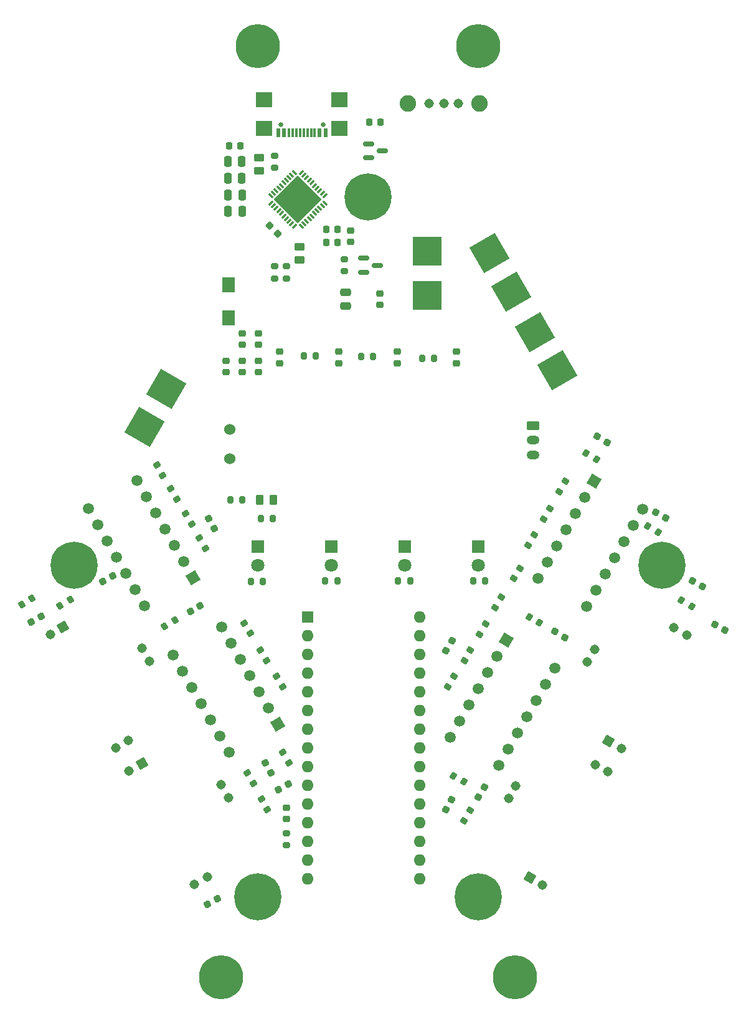
<source format=gts>
%TF.GenerationSoftware,KiCad,Pcbnew,6.0.9-8da3e8f707~116~ubuntu20.04.1*%
%TF.CreationDate,2023-02-25T13:57:50-05:00*%
%TF.ProjectId,free2breathe_pcb,66726565-3262-4726-9561-7468655f7063,rev?*%
%TF.SameCoordinates,Original*%
%TF.FileFunction,Soldermask,Top*%
%TF.FilePolarity,Negative*%
%FSLAX46Y46*%
G04 Gerber Fmt 4.6, Leading zero omitted, Abs format (unit mm)*
G04 Created by KiCad (PCBNEW 6.0.9-8da3e8f707~116~ubuntu20.04.1) date 2023-02-25 13:57:50*
%MOMM*%
%LPD*%
G01*
G04 APERTURE LIST*
G04 Aperture macros list*
%AMRoundRect*
0 Rectangle with rounded corners*
0 $1 Rounding radius*
0 $2 $3 $4 $5 $6 $7 $8 $9 X,Y pos of 4 corners*
0 Add a 4 corners polygon primitive as box body*
4,1,4,$2,$3,$4,$5,$6,$7,$8,$9,$2,$3,0*
0 Add four circle primitives for the rounded corners*
1,1,$1+$1,$2,$3*
1,1,$1+$1,$4,$5*
1,1,$1+$1,$6,$7*
1,1,$1+$1,$8,$9*
0 Add four rect primitives between the rounded corners*
20,1,$1+$1,$2,$3,$4,$5,0*
20,1,$1+$1,$4,$5,$6,$7,0*
20,1,$1+$1,$6,$7,$8,$9,0*
20,1,$1+$1,$8,$9,$2,$3,0*%
%AMRotRect*
0 Rectangle, with rotation*
0 The origin of the aperture is its center*
0 $1 length*
0 $2 width*
0 $3 Rotation angle, in degrees counterclockwise*
0 Add horizontal line*
21,1,$1,$2,0,0,$3*%
G04 Aperture macros list end*
%ADD10C,6.000000*%
%ADD11R,1.800000X2.000000*%
%ADD12C,0.650000*%
%ADD13R,0.600000X1.150000*%
%ADD14R,0.300000X1.150000*%
%ADD15R,2.180000X2.000000*%
%ADD16RoundRect,0.225000X-0.319856X-0.104006X0.069856X-0.329006X0.319856X0.104006X-0.069856X0.329006X0*%
%ADD17C,0.800000*%
%ADD18C,6.400000*%
%ADD19RoundRect,0.200000X-0.138157X0.310705X-0.338157X-0.035705X0.138157X-0.310705X0.338157X0.035705X0*%
%ADD20RoundRect,0.200000X-0.310705X-0.138157X0.035705X-0.338157X0.310705X0.138157X-0.035705X0.338157X0*%
%ADD21RoundRect,0.250000X0.250000X0.475000X-0.250000X0.475000X-0.250000X-0.475000X0.250000X-0.475000X0*%
%ADD22RoundRect,0.200000X-0.035705X-0.338157X0.310705X-0.138157X0.035705X0.338157X-0.310705X0.138157X0*%
%ADD23C,1.308000*%
%ADD24C,2.250000*%
%ADD25RoundRect,0.225000X0.069856X0.329006X-0.319856X0.104006X-0.069856X-0.329006X0.319856X-0.104006X0*%
%ADD26RoundRect,0.200000X-0.338157X0.035705X-0.138157X-0.310705X0.338157X-0.035705X0.138157X0.310705X0*%
%ADD27RoundRect,0.200000X-0.200000X-0.275000X0.200000X-0.275000X0.200000X0.275000X-0.200000X0.275000X0*%
%ADD28RoundRect,0.225000X-0.250000X0.225000X-0.250000X-0.225000X0.250000X-0.225000X0.250000X0.225000X0*%
%ADD29R,4.000000X4.000000*%
%ADD30RotRect,1.498600X1.498600X330.000000*%
%ADD31C,1.498600*%
%ADD32RoundRect,0.218750X0.256250X-0.218750X0.256250X0.218750X-0.256250X0.218750X-0.256250X-0.218750X0*%
%ADD33RoundRect,0.225000X0.319856X0.104006X-0.069856X0.329006X-0.319856X-0.104006X0.069856X-0.329006X0*%
%ADD34RoundRect,0.200000X0.200000X0.275000X-0.200000X0.275000X-0.200000X-0.275000X0.200000X-0.275000X0*%
%ADD35RotRect,1.308000X1.308000X210.000000*%
%ADD36RoundRect,0.200000X0.035705X0.338157X-0.310705X0.138157X-0.035705X-0.338157X0.310705X-0.138157X0*%
%ADD37RotRect,4.000000X4.000000X30.000000*%
%ADD38RoundRect,0.225000X0.225000X0.250000X-0.225000X0.250000X-0.225000X-0.250000X0.225000X-0.250000X0*%
%ADD39RotRect,1.308000X1.308000X330.000000*%
%ADD40RoundRect,0.225000X-0.225000X-0.250000X0.225000X-0.250000X0.225000X0.250000X-0.225000X0.250000X0*%
%ADD41R,1.800000X1.800000*%
%ADD42C,1.800000*%
%ADD43RoundRect,0.200000X0.310705X0.138157X-0.035705X0.338157X-0.310705X-0.138157X0.035705X-0.338157X0*%
%ADD44RoundRect,0.250000X0.450000X-0.262500X0.450000X0.262500X-0.450000X0.262500X-0.450000X-0.262500X0*%
%ADD45RoundRect,0.225000X-0.329006X0.069856X-0.104006X-0.319856X0.329006X-0.069856X0.104006X0.319856X0*%
%ADD46RoundRect,0.225000X0.329006X-0.069856X0.104006X0.319856X-0.329006X0.069856X-0.104006X-0.319856X0*%
%ADD47RotRect,1.498600X1.498600X210.000000*%
%ADD48RoundRect,0.250000X-0.625000X0.350000X-0.625000X-0.350000X0.625000X-0.350000X0.625000X0.350000X0*%
%ADD49O,1.750000X1.200000*%
%ADD50RoundRect,0.225000X0.250000X-0.225000X0.250000X0.225000X-0.250000X0.225000X-0.250000X-0.225000X0*%
%ADD51RoundRect,0.200000X-0.275000X0.200000X-0.275000X-0.200000X0.275000X-0.200000X0.275000X0.200000X0*%
%ADD52RoundRect,0.150000X-0.587500X-0.150000X0.587500X-0.150000X0.587500X0.150000X-0.587500X0.150000X0*%
%ADD53RotRect,4.000000X4.000000X330.000000*%
%ADD54RoundRect,0.225000X-0.069856X-0.329006X0.319856X-0.104006X0.069856X0.329006X-0.319856X0.104006X0*%
%ADD55RoundRect,0.225000X0.335876X0.017678X0.017678X0.335876X-0.335876X-0.017678X-0.017678X-0.335876X0*%
%ADD56RoundRect,0.225000X0.104006X-0.319856X0.329006X0.069856X-0.104006X0.319856X-0.329006X-0.069856X0*%
%ADD57RoundRect,0.200000X0.338157X-0.035705X0.138157X0.310705X-0.338157X0.035705X-0.138157X-0.310705X0*%
%ADD58RoundRect,0.062500X-0.291682X0.203293X0.203293X-0.291682X0.291682X-0.203293X-0.203293X0.291682X0*%
%ADD59RoundRect,0.062500X-0.291682X-0.203293X-0.203293X-0.291682X0.291682X0.203293X0.203293X0.291682X0*%
%ADD60RotRect,4.600000X4.600000X315.000000*%
%ADD61R,1.600000X1.600000*%
%ADD62O,1.600000X1.600000*%
%ADD63C,1.524000*%
%ADD64RoundRect,0.250000X-0.262500X-0.450000X0.262500X-0.450000X0.262500X0.450000X-0.262500X0.450000X0*%
%ADD65RoundRect,0.200000X0.275000X-0.200000X0.275000X0.200000X-0.275000X0.200000X-0.275000X-0.200000X0*%
%ADD66RoundRect,0.200000X0.138157X-0.310705X0.338157X0.035705X-0.138157X0.310705X-0.338157X-0.035705X0*%
%ADD67RoundRect,0.250000X0.475000X-0.250000X0.475000X0.250000X-0.475000X0.250000X-0.475000X-0.250000X0*%
G04 APERTURE END LIST*
D10*
%TO.C,REF\u002A\u002A*%
X140000000Y-171000000D03*
%TD*%
D11*
%TO.C,L1*%
X101000000Y-76900000D03*
X101000000Y-81400000D03*
%TD*%
D12*
%TO.C,J1*%
X108110000Y-55162500D03*
X113890000Y-55162500D03*
D13*
X114200000Y-56237500D03*
X113400000Y-56237500D03*
D14*
X112250000Y-56237500D03*
X111250000Y-56237500D03*
X110750000Y-56237500D03*
X109750000Y-56237500D03*
D13*
X107800000Y-56237500D03*
X108600000Y-56237500D03*
D14*
X109250000Y-56237500D03*
X110250000Y-56237500D03*
X111750000Y-56237500D03*
X112750000Y-56237500D03*
D15*
X116110000Y-55662500D03*
X105890000Y-55662500D03*
X116110000Y-51732500D03*
X105890000Y-51732500D03*
%TD*%
D10*
%TO.C,REF\u002A\u002A*%
X135000000Y-44500000D03*
%TD*%
D16*
%TO.C,C25*%
X151128830Y-97512500D03*
X152471170Y-98287500D03*
%TD*%
D17*
%TO.C,H5*%
X158302944Y-113302944D03*
X161697056Y-113302944D03*
X160000000Y-117400000D03*
X157600000Y-115000000D03*
D18*
X160000000Y-115000000D03*
D17*
X160000000Y-112600000D03*
X162400000Y-115000000D03*
X161697056Y-116697056D03*
X158302944Y-116697056D03*
%TD*%
D19*
%TO.C,R16*%
X133912500Y-126485529D03*
X133087500Y-127914471D03*
%TD*%
D20*
%TO.C,R21*%
X141885529Y-121987500D03*
X143314471Y-122812500D03*
%TD*%
D21*
%TO.C,C10*%
X102875002Y-64700000D03*
X100975002Y-64700000D03*
%TD*%
D22*
%TO.C,R22*%
X92285529Y-123312500D03*
X93714471Y-122487500D03*
%TD*%
D23*
%TO.C,S1*%
X132300000Y-52300000D03*
X130300000Y-52300000D03*
X128300000Y-52300000D03*
D24*
X135150000Y-52300000D03*
X125450000Y-52300000D03*
%TD*%
D25*
%TO.C,C18*%
X109171170Y-144712500D03*
X107828830Y-145487500D03*
%TD*%
D26*
%TO.C,R26*%
X103187500Y-122835529D03*
X104012500Y-124264471D03*
%TD*%
D27*
%TO.C,R6*%
X124075000Y-117100000D03*
X125725000Y-117100000D03*
%TD*%
D19*
%TO.C,R30*%
X144712500Y-107285529D03*
X143887500Y-108714471D03*
%TD*%
D28*
%TO.C,C17*%
X105100000Y-87200000D03*
X105100000Y-88750000D03*
%TD*%
D16*
%TO.C,C27*%
X164128830Y-117112500D03*
X165471170Y-117887500D03*
%TD*%
D29*
%TO.C,J4*%
X128000000Y-72300000D03*
X128000000Y-78300000D03*
%TD*%
D30*
%TO.C,U7*%
X150720886Y-103591773D03*
D31*
X149450886Y-105791477D03*
X148180886Y-107991182D03*
X146910886Y-110190886D03*
X145640886Y-112390591D03*
X144370886Y-114590295D03*
X143100886Y-116790000D03*
X149700000Y-120600000D03*
X150970000Y-118400295D03*
X152240000Y-116200591D03*
X153510000Y-114000886D03*
X154780000Y-111801182D03*
X156050000Y-109601477D03*
X157320000Y-107401773D03*
%TD*%
D32*
%TO.C,D7*%
X124000000Y-87562500D03*
X124000000Y-85987500D03*
%TD*%
D33*
%TO.C,C33*%
X160471170Y-108587500D03*
X159128830Y-107812500D03*
%TD*%
D34*
%TO.C,R41*%
X102900000Y-106100000D03*
X101250000Y-106100000D03*
%TD*%
D28*
%TO.C,C4*%
X105100000Y-83500000D03*
X105100000Y-85050000D03*
%TD*%
D35*
%TO.C,U8*%
X89221025Y-141951034D03*
D23*
X99998966Y-144838975D03*
X100998966Y-146571025D03*
X98111025Y-157348966D03*
X96378975Y-158348966D03*
X87488975Y-142951034D03*
%TD*%
D17*
%TO.C,H1*%
X103302944Y-161697056D03*
D18*
X105000000Y-160000000D03*
D17*
X106697056Y-161697056D03*
X103302944Y-158302944D03*
X105000000Y-162400000D03*
X102600000Y-160000000D03*
X105000000Y-157600000D03*
X106697056Y-158302944D03*
X107400000Y-160000000D03*
%TD*%
D36*
%TO.C,R24*%
X74314471Y-119487500D03*
X72885529Y-120312500D03*
%TD*%
D17*
%TO.C,H2*%
X136697056Y-161697056D03*
X136697056Y-158302944D03*
X132600000Y-160000000D03*
X135000000Y-162400000D03*
X135000000Y-157600000D03*
X133302944Y-158302944D03*
X137400000Y-160000000D03*
D18*
X135000000Y-160000000D03*
D17*
X133302944Y-161697056D03*
%TD*%
D32*
%TO.C,D8*%
X132000000Y-87562500D03*
X132000000Y-85987500D03*
%TD*%
D25*
%TO.C,C22*%
X97171170Y-120512500D03*
X95828830Y-121287500D03*
%TD*%
D37*
%TO.C,BT1*%
X142700000Y-83303848D03*
X145700000Y-88500000D03*
%TD*%
D38*
%TO.C,C11*%
X102675000Y-58000000D03*
X101125000Y-58000000D03*
%TD*%
D39*
%TO.C,U9*%
X152688975Y-138898966D03*
D23*
X149801034Y-128121025D03*
X150801034Y-126388975D03*
X161578975Y-123501034D03*
X163311025Y-124501034D03*
X154421025Y-139898966D03*
%TD*%
D19*
%TO.C,R25*%
X133900000Y-148300000D03*
X133075000Y-149728942D03*
%TD*%
D17*
%TO.C,H3*%
X121697056Y-66697056D03*
X118302944Y-63302944D03*
X122400000Y-65000000D03*
X117600000Y-65000000D03*
X121697056Y-63302944D03*
X118302944Y-66697056D03*
X120000000Y-62600000D03*
D18*
X120000000Y-65000000D03*
D17*
X120000000Y-67400000D03*
%TD*%
D40*
%TO.C,C6*%
X114300000Y-71100000D03*
X115850000Y-71100000D03*
%TD*%
D41*
%TO.C,D3*%
X125000000Y-112500000D03*
D42*
X125000000Y-115040000D03*
%TD*%
D43*
%TO.C,R40*%
X164014471Y-120562500D03*
X162585529Y-119737500D03*
%TD*%
D26*
%TO.C,R32*%
X103587500Y-143185529D03*
X104412500Y-144614471D03*
%TD*%
D16*
%TO.C,C24*%
X145428830Y-124012500D03*
X146771170Y-124787500D03*
%TD*%
D43*
%TO.C,R33*%
X159414471Y-110512500D03*
X157985529Y-109687500D03*
%TD*%
D28*
%TO.C,C1*%
X121637500Y-78075000D03*
X121637500Y-79625000D03*
%TD*%
D43*
%TO.C,R35*%
X151100000Y-100600000D03*
X149671058Y-99775000D03*
%TD*%
D44*
%TO.C,TH1*%
X105200000Y-61412500D03*
X105200000Y-59587500D03*
%TD*%
D45*
%TO.C,C30*%
X106012500Y-141828830D03*
X106787500Y-143171170D03*
%TD*%
D46*
%TO.C,C19*%
X99087500Y-109971170D03*
X98312500Y-108628830D03*
%TD*%
D34*
%TO.C,R42*%
X107050000Y-108650000D03*
X105400000Y-108650000D03*
%TD*%
D32*
%TO.C,D6*%
X116000000Y-87562500D03*
X116000000Y-85987500D03*
%TD*%
D10*
%TO.C,REF\u002A\u002A*%
X105000000Y-44500000D03*
%TD*%
D47*
%TO.C,U3*%
X96218210Y-116667947D03*
D31*
X94948210Y-114468243D03*
X93678210Y-112268538D03*
X92408210Y-110068834D03*
X91138210Y-107869129D03*
X89868210Y-105669425D03*
X88598210Y-103469720D03*
X81999096Y-107279720D03*
X83269096Y-109479425D03*
X84539096Y-111679129D03*
X85809096Y-113878834D03*
X87079096Y-116078538D03*
X88349096Y-118278243D03*
X89619096Y-120477947D03*
%TD*%
D35*
%TO.C,U5*%
X78521025Y-123401034D03*
D23*
X89298966Y-126288975D03*
X90298966Y-128021025D03*
X87411025Y-138798966D03*
X85678975Y-139798966D03*
X76788975Y-124401034D03*
%TD*%
D48*
%TO.C,J2*%
X142400000Y-96000000D03*
D49*
X142400000Y-98000000D03*
X142400000Y-100000000D03*
%TD*%
D16*
%TO.C,C29*%
X167128830Y-123012500D03*
X168471170Y-123787500D03*
%TD*%
D21*
%TO.C,C8*%
X102850000Y-62400000D03*
X100950000Y-62400000D03*
%TD*%
D19*
%TO.C,R14*%
X138112500Y-119285529D03*
X137287500Y-120714471D03*
%TD*%
D50*
%TO.C,C14*%
X102900000Y-85050000D03*
X102900000Y-83500000D03*
%TD*%
D51*
%TO.C,R3*%
X108900000Y-74400000D03*
X108900000Y-76050000D03*
%TD*%
D19*
%TO.C,R31*%
X142612500Y-110885529D03*
X141787500Y-112314471D03*
%TD*%
D25*
%TO.C,C31*%
X85271170Y-116412500D03*
X83928830Y-117187500D03*
%TD*%
D28*
%TO.C,C16*%
X102900000Y-87200000D03*
X102900000Y-88750000D03*
%TD*%
D52*
%TO.C,Q1*%
X119400000Y-73300000D03*
X119400000Y-75200000D03*
X121275000Y-74250000D03*
%TD*%
D53*
%TO.C,BT2*%
X92600000Y-91001924D03*
X89600000Y-96198076D03*
%TD*%
D50*
%TO.C,C26*%
X108900000Y-149475000D03*
X108900000Y-147925000D03*
%TD*%
D54*
%TO.C,C20*%
X74228830Y-122687500D03*
X75571170Y-121912500D03*
%TD*%
D55*
%TO.C,C12*%
X107748008Y-69948008D03*
X106651992Y-68851992D03*
%TD*%
D56*
%TO.C,C21*%
X130600000Y-148185641D03*
X131375000Y-146843301D03*
%TD*%
D21*
%TO.C,C9*%
X102875000Y-66900000D03*
X100975000Y-66900000D03*
%TD*%
D26*
%TO.C,R28*%
X107587500Y-130085529D03*
X108412500Y-131514471D03*
%TD*%
D34*
%TO.C,R9*%
X128975000Y-86900000D03*
X127325000Y-86900000D03*
%TD*%
D57*
%TO.C,R20*%
X97912500Y-112714471D03*
X97087500Y-111285529D03*
%TD*%
D41*
%TO.C,D4*%
X135000000Y-112500000D03*
D42*
X135000000Y-115040000D03*
%TD*%
D10*
%TO.C,REF\u002A\u002A*%
X100000000Y-171000000D03*
%TD*%
D41*
%TO.C,D2*%
X115000000Y-112500000D03*
D42*
X115000000Y-115040000D03*
%TD*%
D21*
%TO.C,C7*%
X102850000Y-60100000D03*
X100950000Y-60100000D03*
%TD*%
D19*
%TO.C,R38*%
X140612500Y-115385529D03*
X139787500Y-116814471D03*
%TD*%
D58*
%TO.C,U1*%
X109974346Y-61631884D03*
X109620793Y-61985437D03*
X109267239Y-62338990D03*
X108913686Y-62692544D03*
X108560133Y-63046097D03*
X108206579Y-63399651D03*
X107853026Y-63753204D03*
X107499472Y-64106757D03*
X107145919Y-64460311D03*
X106792366Y-64813864D03*
D59*
X106792366Y-65786136D03*
X107145919Y-66139689D03*
X107499472Y-66493243D03*
X107853026Y-66846796D03*
X108206579Y-67200349D03*
X108560133Y-67553903D03*
X108913686Y-67907456D03*
X109267239Y-68261010D03*
X109620793Y-68614563D03*
X109974346Y-68968116D03*
D58*
X110946618Y-68968116D03*
X111300171Y-68614563D03*
X111653725Y-68261010D03*
X112007278Y-67907456D03*
X112360831Y-67553903D03*
X112714385Y-67200349D03*
X113067938Y-66846796D03*
X113421492Y-66493243D03*
X113775045Y-66139689D03*
X114128598Y-65786136D03*
D59*
X114128598Y-64813864D03*
X113775045Y-64460311D03*
X113421492Y-64106757D03*
X113067938Y-63753204D03*
X112714385Y-63399651D03*
X112360831Y-63046097D03*
X112007278Y-62692544D03*
X111653725Y-62338990D03*
X111300171Y-61985437D03*
X110946618Y-61631884D03*
D60*
X110460482Y-65300000D03*
%TD*%
D61*
%TO.C,A1*%
X111790000Y-122050000D03*
D62*
X111790000Y-124590000D03*
X111790000Y-127130000D03*
X111790000Y-129670000D03*
X111790000Y-132210000D03*
X111790000Y-134750000D03*
X111790000Y-137290000D03*
X111790000Y-139830000D03*
X111790000Y-142370000D03*
X111790000Y-144910000D03*
X111790000Y-147450000D03*
X111790000Y-149990000D03*
X111790000Y-152530000D03*
X111790000Y-155070000D03*
X111790000Y-157610000D03*
X127030000Y-157610000D03*
X127030000Y-155070000D03*
X127030000Y-152530000D03*
X127030000Y-149990000D03*
X127030000Y-147450000D03*
X127030000Y-144910000D03*
X127030000Y-142370000D03*
X127030000Y-139830000D03*
X127030000Y-137290000D03*
X127030000Y-134750000D03*
X127030000Y-132210000D03*
X127030000Y-129670000D03*
X127030000Y-127130000D03*
X127030000Y-124590000D03*
X127030000Y-122050000D03*
%TD*%
D34*
%TO.C,R4*%
X105725000Y-117200000D03*
X104075000Y-117200000D03*
%TD*%
D30*
%TO.C,U2*%
X138810443Y-125195887D03*
D31*
X137540443Y-127395591D03*
X136270443Y-129595296D03*
X135000443Y-131795000D03*
X133730443Y-133994705D03*
X132460443Y-136194409D03*
X131190443Y-138394114D03*
X137789557Y-142204114D03*
X139059557Y-140004409D03*
X140329557Y-137804705D03*
X141599557Y-135605000D03*
X142869557Y-133405296D03*
X144139557Y-131205591D03*
X145409557Y-129005887D03*
%TD*%
D44*
%TO.C,R2*%
X110700000Y-73525000D03*
X110700000Y-71700000D03*
%TD*%
D26*
%TO.C,R27*%
X105387500Y-126485529D03*
X106212500Y-127914471D03*
%TD*%
D22*
%TO.C,R18*%
X78085529Y-120512500D03*
X79514471Y-119687500D03*
%TD*%
D63*
%TO.C,J3*%
X101200000Y-100550000D03*
X101200000Y-96550000D03*
%TD*%
D56*
%TO.C,C32*%
X130612500Y-126556811D03*
X131387500Y-125214471D03*
%TD*%
D19*
%TO.C,R15*%
X136012500Y-122985529D03*
X135187500Y-124414471D03*
%TD*%
D34*
%TO.C,R7*%
X112900000Y-86550000D03*
X111250000Y-86550000D03*
%TD*%
D56*
%TO.C,C23*%
X135012500Y-146471170D03*
X135787500Y-145128830D03*
%TD*%
D64*
%TO.C,TH2*%
X105262500Y-106150000D03*
X107087500Y-106150000D03*
%TD*%
D27*
%TO.C,R10*%
X119025000Y-86600000D03*
X120675000Y-86600000D03*
%TD*%
D17*
%TO.C,H4*%
X81697056Y-116697056D03*
D18*
X80000000Y-115000000D03*
D17*
X77600000Y-115000000D03*
X78302944Y-116697056D03*
X80000000Y-117400000D03*
X78302944Y-113302944D03*
X80000000Y-112600000D03*
X81697056Y-113302944D03*
X82400000Y-115000000D03*
%TD*%
D39*
%TO.C,U4*%
X141988975Y-157448966D03*
D23*
X139101034Y-146671025D03*
X140101034Y-144938975D03*
X150878975Y-142051034D03*
X152611025Y-143051034D03*
X143721025Y-158448966D03*
%TD*%
D38*
%TO.C,C3*%
X115850000Y-69400000D03*
X114300000Y-69400000D03*
%TD*%
D25*
%TO.C,C28*%
X99471170Y-160312500D03*
X98128830Y-161087500D03*
%TD*%
D65*
%TO.C,R1*%
X116800000Y-75075000D03*
X116800000Y-73425000D03*
%TD*%
%TO.C,R11*%
X107300000Y-61000000D03*
X107300000Y-59350000D03*
%TD*%
D66*
%TO.C,R19*%
X130875000Y-131528942D03*
X131700000Y-130100000D03*
%TD*%
D37*
%TO.C,BT3*%
X136500000Y-72605772D03*
X139500000Y-77801924D03*
%TD*%
D52*
%TO.C,Q2*%
X120062500Y-57750000D03*
X120062500Y-59650000D03*
X121937500Y-58700000D03*
%TD*%
D38*
%TO.C,C13*%
X121700000Y-54800000D03*
X120150000Y-54800000D03*
%TD*%
D47*
%TO.C,U6*%
X107684691Y-136594114D03*
D31*
X106414691Y-134394410D03*
X105144691Y-132194705D03*
X103874691Y-129995001D03*
X102604691Y-127795296D03*
X101334691Y-125595592D03*
X100064691Y-123395887D03*
X93465577Y-127205887D03*
X94735577Y-129405592D03*
X96005577Y-131605296D03*
X97275577Y-133805001D03*
X98545577Y-136004705D03*
X99815577Y-138204410D03*
X101085577Y-140404114D03*
%TD*%
D28*
%TO.C,C15*%
X100700000Y-87200000D03*
X100700000Y-88750000D03*
%TD*%
D19*
%TO.C,R29*%
X146825000Y-103571058D03*
X146000000Y-105000000D03*
%TD*%
D51*
%TO.C,R36*%
X107300000Y-74400000D03*
X107300000Y-76050000D03*
%TD*%
D67*
%TO.C,C2*%
X116937500Y-79775000D03*
X116937500Y-77875000D03*
%TD*%
D65*
%TO.C,R39*%
X108900000Y-153025000D03*
X108900000Y-151375000D03*
%TD*%
D34*
%TO.C,R5*%
X115825000Y-117100000D03*
X114175000Y-117100000D03*
%TD*%
D26*
%TO.C,R17*%
X95175000Y-107971058D03*
X96000000Y-109400000D03*
%TD*%
D32*
%TO.C,D5*%
X108000000Y-87562500D03*
X108000000Y-85987500D03*
%TD*%
D26*
%TO.C,R12*%
X93162500Y-104570946D03*
X93987500Y-105999888D03*
%TD*%
D41*
%TO.C,D1*%
X105000000Y-112500000D03*
D42*
X105000000Y-115040000D03*
%TD*%
D20*
%TO.C,R23*%
X131571058Y-143575000D03*
X133000000Y-144400000D03*
%TD*%
D26*
%TO.C,R37*%
X105487500Y-146785529D03*
X106312500Y-148214471D03*
%TD*%
%TO.C,R13*%
X91262500Y-101370947D03*
X92087500Y-102799889D03*
%TD*%
D57*
%TO.C,R34*%
X109212500Y-141814471D03*
X108387500Y-140385529D03*
%TD*%
D50*
%TO.C,C5*%
X117600000Y-71050000D03*
X117600000Y-69500000D03*
%TD*%
D27*
%TO.C,R8*%
X134275000Y-117100000D03*
X135925000Y-117100000D03*
%TD*%
M02*

</source>
